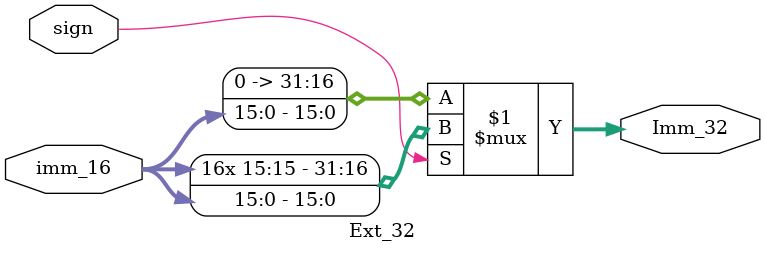
<source format=v>
module Ext_32(input [15:0] imm_16,
              input sign,
              output[31:0] Imm_32
              );
    assign Imm_32 = sign?
    {{16{imm_16[15]}},imm_16[15:0]}:
    {{16{1'b0}},imm_16[15:0]};
endmodule
</source>
